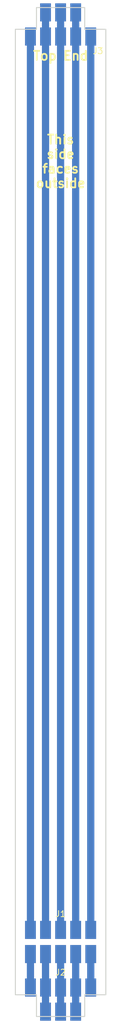
<source format=kicad_pcb>
(kicad_pcb (version 20201002) (generator pcbnew)

  (general
    (thickness 1.6)
  )

  (paper "A4")
  (layers
    (0 "F.Cu" signal)
    (31 "B.Cu" signal)
    (32 "B.Adhes" user "B.Adhesive")
    (33 "F.Adhes" user "F.Adhesive")
    (34 "B.Paste" user)
    (35 "F.Paste" user)
    (36 "B.SilkS" user "B.Silkscreen")
    (37 "F.SilkS" user "F.Silkscreen")
    (38 "B.Mask" user)
    (39 "F.Mask" user)
    (40 "Dwgs.User" user "User.Drawings")
    (41 "Cmts.User" user "User.Comments")
    (42 "Eco1.User" user "User.Eco1")
    (43 "Eco2.User" user "User.Eco2")
    (44 "Edge.Cuts" user)
    (45 "Margin" user)
    (46 "B.CrtYd" user "B.Courtyard")
    (47 "F.CrtYd" user "F.Courtyard")
    (48 "B.Fab" user)
    (49 "F.Fab" user)
  )

  (setup
    (stackup
      (layer "F.SilkS" (type "Top Silk Screen"))
      (layer "F.Paste" (type "Top Solder Paste"))
      (layer "F.Mask" (type "Top Solder Mask") (color "Green") (thickness 0.01))
      (layer "F.Cu" (type "copper") (thickness 0.035))
      (layer "dielectric 1" (type "core") (thickness 1.51) (material "FR4") (epsilon_r 4.5) (loss_tangent 0.02))
      (layer "B.Cu" (type "copper") (thickness 0.035))
      (layer "B.Mask" (type "Bottom Solder Mask") (color "Green") (thickness 0.01))
      (layer "B.Paste" (type "Bottom Solder Paste"))
      (layer "B.SilkS" (type "Bottom Silk Screen"))
      (copper_finish "None")
      (dielectric_constraints no)
    )
    (grid_origin 150 150)
    (pcbplotparams
      (layerselection 0x00010fc_ffffffff)
      (usegerberextensions false)
      (usegerberattributes true)
      (usegerberadvancedattributes true)
      (creategerberjobfile true)
      (svguseinch false)
      (svgprecision 6)
      (excludeedgelayer true)
      (linewidth 0.100000)
      (plotframeref false)
      (viasonmask false)
      (mode 1)
      (useauxorigin false)
      (hpglpennumber 1)
      (hpglpenspeed 20)
      (hpglpendiameter 15.000000)
      (psnegative false)
      (psa4output false)
      (plotreference true)
      (plotvalue true)
      (plotinvisibletext false)
      (sketchpadsonfab false)
      (subtractmaskfromsilk false)
      (outputformat 1)
      (mirror false)
      (drillshape 1)
      (scaleselection 1)
      (outputdirectory "")
    )
  )


  (net 0 "")
  (net 1 "/tru_b1")
  (net 2 "/tru_b2")
  (net 3 "/tru_b3")
  (net 4 "/tru_b4")
  (net 5 "/tru_b5")
  (net 6 "/mesh_dn0r")
  (net 7 "/mesh_dn1r")
  (net 8 "Net-(J1-Pad13)")
  (net 9 "/mesh_dn1s")
  (net 10 "/mesh_dn0s")
  (net 11 "/tru_t1")
  (net 12 "/tru_t2")
  (net 13 "/tru_t3")
  (net 14 "/tru_t4")
  (net 15 "/tru_t5")
  (net 16 "/mesh_up0r")
  (net 17 "/mesh_up1r")
  (net 18 "Net-(J1-Pad3)")
  (net 19 "/mesh_up1s")
  (net 20 "/mesh_up0s")
  (net 21 "Net-(J2-Pad13)")
  (net 22 "Net-(J2-Pad12)")
  (net 23 "Net-(J2-Pad11)")
  (net 24 "Net-(J2-Pad5)")
  (net 25 "Net-(J2-Pad4)")
  (net 26 "Net-(J2-Pad3)")
  (net 27 "Net-(J2-Pad2)")
  (net 28 "Net-(J2-Pad1)")
  (net 29 "Net-(J3-Pad13)")
  (net 30 "Net-(J3-Pad12)")
  (net 31 "Net-(J3-Pad11)")
  (net 32 "Net-(J3-Pad5)")
  (net 33 "Net-(J3-Pad4)")
  (net 34 "Net-(J3-Pad3)")
  (net 35 "Net-(J3-Pad2)")
  (net 36 "Net-(J3-Pad1)")

  (module "common_footprints:8mm_plug" (layer "F.Cu") (tedit 5F85D873) (tstamp 1811a88f-07ba-47da-8eb6-fe2ae8cc9dcf)
    (at 150 182.9)
    (property "Sheet file" "/home/user/research/rotohsm/prototype/mech_pcbs/rotor_vstrut_pcb/rotor_vstrut_pcb.kicad_sch")
    (property "Sheet name" "")
    (path "/6a9bf823-0c9e-40ee-9e07-825e78b3c53a")
    (attr through_hole)
    (fp_text reference "J2" (at 0 -4.5 unlocked) (layer "F.SilkS")
      (effects (font (size 1 1) (thickness 0.15)))
      (tstamp 46dbf47a-23a5-4157-9ede-c76fc4bce3e3)
    )
    (fp_text value "bottom" (at 0 1 unlocked) (layer "F.Fab")
      (effects (font (size 1 1) (thickness 0.15)))
      (tstamp ea4eb57f-8a9c-46e5-b930-5bd96e175751)
    )
    (fp_text user "${REF}" (at 0 2.5 unlocked) (layer "F.Fab")
      (effects (font (size 1 1) (thickness 0.15)))
      (tstamp 64d931c2-62e6-4149-b14f-a13fe38d7c4a)
    )
    (fp_line (start 7.5 -0.8) (end -7.5 -0.8) (layer "Dwgs.User") (width 0.12) (tstamp 3fe23836-cc7b-46ec-a352-4dc0902b9924))
    (fp_line (start -4 0.8) (end 4 0.8) (layer "Dwgs.User") (width 0.12) (tstamp df02e2b3-3d66-4a63-aa56-835335d7ee4c))
    (fp_rect (start -4 0) (end 4 4) (layer "Dwgs.User") (width 0.1) (tstamp 409caab0-3c0f-49f0-a611-a043ee06f49e))
    (fp_rect (start -7.5 0) (end 7.5 -5.6) (layer "Dwgs.User") (width 0.1) (tstamp 7f6df47d-e42d-401e-b33b-939ee6b96513))
    (pad "1" smd rect (at -5 -2) (size 1.8 3) (layers "F.Cu" "F.Mask")
      (net 28 "Net-(J2-Pad1)") (tstamp 752b16df-6e19-4e6d-9b52-0c4b5ace21d6))
    (pad "2" smd rect (at -2.5 -2) (size 1.8 3) (layers "F.Cu" "F.Mask")
      (net 27 "Net-(J2-Pad2)") (tstamp 4c9a1e30-c59d-4454-a9d1-244ffd0b931d))
    (pad "3" smd rect (at 0 -2) (size 1.8 3) (layers "F.Cu" "F.Mask")
      (net 26 "Net-(J2-Pad3)") (tstamp aec0543d-15ae-408e-bf68-3198c828b7e2))
    (pad "4" smd rect (at 2.5 -2) (size 1.8 3) (layers "F.Cu" "F.Mask")
      (net 25 "Net-(J2-Pad4)") (tstamp 4e3d050d-ad8b-4a44-9735-7998098fc3e5))
    (pad "5" smd rect (at 5 -2) (size 1.8 3) (layers "F.Cu" "F.Mask")
      (net 24 "Net-(J2-Pad5)") (tstamp 95439f48-970b-4202-8f38-7d1900c60922))
    (pad "6" smd rect (at 5 -2) (size 1.8 3) (layers "B.Cu" "B.Mask")
      (net 5 "/tru_b5") (tstamp 73203094-da20-4d39-9d9b-f07f93fa8311))
    (pad "7" smd rect (at 2.5 -2) (size 1.8 3) (layers "B.Cu" "B.Mask")
      (net 4 "/tru_b4") (tstamp af2c8835-9c0c-4999-a175-84b72736e04a))
    (pad "8" smd rect (at 0 -2) (size 1.8 3) (layers "B.Cu" "B.Mask")
      (net 3 "/tru_b3") (tstamp 60a98580-72eb-48cd-b8ff-37c7f2f9ca68))
    (pad "9" smd rect (at -2.5 -2) (size 1.8 3) (layers "B.Cu" "B.Mask")
      (net 2 "/tru_b2") (tstamp 3eef296a-f77d-43ff-80d0-5f75c1aaeba1))
    (pad "10" smd rect (at -5 -2) (size 1.8 3) (layers "B.Cu" "B.Mask")
      (net 1 "/tru_b1") (tstamp ed2d1120-07ed-4b29-b009-a3a81d490829))
    (pad "11" smd rect (at -2.5 2) (size 1.8 3) (layers "F.Cu" "F.Mask")
      (net 23 "Net-(J2-Pad11)") (tstamp ad8b0f3c-caa9-4026-ad43-7322f36bd248))
    (pad "12" smd rect (at 0 2) (size 1.8 3) (layers "F.Cu" "F.Mask")
      (net 22 "Net-(J2-Pad12)") (tstamp a00f0f04-3b34-48ec-b1a4-9f63a5591201))
    (pad "13" smd rect (at 2.5 2) (size 1.8 3) (layers "F.Cu" "F.Mask")
      (net 21 "Net-(J2-Pad13)") (tstamp d553e627-9e3e-4559-b66c-2318d354e975))
    (pad "14" smd rect (at 2.5 2) (size 1.8 3) (layers "B.Cu" "B.Mask")
      (net 4 "/tru_b4") (tstamp 341e6d94-7f2a-4f65-a527-00b83ce4fc49))
    (pad "15" smd rect (at 0 2) (size 1.8 3) (layers "B.Cu" "B.Mask")
      (net 3 "/tru_b3") (tstamp df6d20d5-c0de-4b5f-ab1a-b9141591f583))
    (pad "16" smd rect (at -2.5 2) (size 1.8 3) (layers "B.Cu" "B.Mask")
      (net 2 "/tru_b2") (tstamp a2b6cfa4-3683-4006-8715-2e85fa846011))
  )

  (module "common_footprints:15mm_plug" (layer "F.Cu") (tedit 5F85D886) (tstamp 578b0775-c05a-42d7-9223-0db1f2d9868f)
    (at 150 173.35)
    (property "Sheet file" "/home/user/research/rotohsm/prototype/mech_pcbs/rotor_vstrut_pcb/rotor_vstrut_pcb.kicad_sch")
    (property "Sheet name" "")
    (path "/92226583-c767-4448-ada0-e9e18d9afd62")
    (attr through_hole)
    (fp_text reference "J1" (at 0 -4.65 unlocked) (layer "F.SilkS")
      (effects (font (size 1 1) (thickness 0.15)))
      (tstamp 903aa136-9f96-48ea-b46d-43288f095503)
    )
    (fp_text value "base" (at 0 1 unlocked) (layer "F.Fab")
      (effects (font (size 1 1) (thickness 0.15)))
      (tstamp e9df4db4-d970-4d88-a289-758e65dbc1ba)
    )
    (fp_line (start 7.5 0.816678) (end -7.5 0.816678) (layer "Dwgs.User") (width 0.12) (tstamp 6e6ff282-9821-4559-8d56-5b4ae0dead3a))
    (fp_line (start 7.5 -0.8) (end -7.5 -0.8) (layer "Dwgs.User") (width 0.12) (tstamp d22d001a-a6d5-42fa-9589-cea048e05d9a))
    (fp_rect (start -7.5 3.8) (end 7.5 -3.8) (layer "Dwgs.User") (width 0.1) (tstamp 93af1ee5-e77c-4544-993d-b447b61de170))
    (pad "1" smd rect (at -5 -2) (size 1.8 3) (layers "F.Cu" "F.Mask")
      (net 20 "/mesh_up0s") (tstamp a7704729-a3a8-4988-8291-3c1dd0e26c24))
    (pad "2" smd rect (at -2.5 -2) (size 1.8 3) (layers "F.Cu" "F.Mask")
      (net 19 "/mesh_up1s") (tstamp e3c7e4d5-060b-49c7-8d20-37193f05fc49))
    (pad "3" smd rect (at 0 -2) (size 1.8 3) (layers "F.Cu" "F.Mask")
      (net 18 "Net-(J1-Pad3)") (tstamp 56482b1a-6918-4003-a17f-55c3c850703e))
    (pad "4" smd rect (at 2.5 -2) (size 1.8 3) (layers "F.Cu" "F.Mask")
      (net 17 "/mesh_up1r") (tstamp 8dbe3ec6-6d86-4210-9433-6e355dca12fe))
    (pad "5" smd rect (at 5 -2) (size 1.8 3) (layers "F.Cu" "F.Mask")
      (net 16 "/mesh_up0r") (tstamp b01114a6-9b1a-4ca8-93b4-506c1357de33))
    (pad "6" smd rect (at 5 -2) (size 1.8 3) (layers "B.Cu" "B.Mask")
      (net 15 "/tru_t5") (tstamp b034e8ab-7d64-4096-972e-31e795220787))
    (pad "7" smd rect (at 2.5 -2) (size 1.8 3) (layers "B.Cu" "B.Mask")
      (net 14 "/tru_t4") (tstamp 6e53320f-97ff-4796-a8be-65fb54cd7188))
    (pad "8" smd rect (at 0 -2) (size 1.8 3) (layers "B.Cu" "B.Mask")
      (net 13 "/tru_t3") (tstamp 34d7bb8d-3199-4e47-b240-be1918685ef4))
    (pad "9" smd rect (at -2.5 -2) (size 1.8 3) (layers "B.Cu" "B.Mask")
      (net 12 "/tru_t2") (tstamp 9c44e131-7612-4518-bde6-55c1df78ad8e))
    (pad "10" smd rect (at -5 -2) (size 1.8 3) (layers "B.Cu" "B.Mask")
      (net 11 "/tru_t1") (tstamp 7545b562-4b6b-4611-8a6e-51bda42bfd96))
    (pad "11" smd rect (at -5 2) (size 1.8 3) (layers "F.Cu" "F.Mask")
      (net 10 "/mesh_dn0s") (tstamp f31beca3-bfa2-41b4-bd35-5c20926400fc))
    (pad "12" smd rect (at -2.5 2) (size 1.8 3) (layers "F.Cu" "F.Mask")
      (net 9 "/mesh_dn1s") (tstamp eda422f4-0823-4de0-9523-5853d09d87fe))
    (pad "13" smd rect (at 0 2) (size 1.8 3) (layers "F.Cu" "F.Mask")
      (net 8 "Net-(J1-Pad13)") (tstamp 0af6e3e5-4a9c-40be-8404-5ab7598193c0))
    (pad "14" smd rect (at 2.5 2) (size 1.8 3) (layers "F.Cu" "F.Mask")
      (net 7 "/mesh_dn1r") (tstamp 81b76107-00c2-44ec-9927-f500703db5c1))
    (pad "15" smd rect (at 5 2) (size 1.8 3) (layers "F.Cu" "F.Mask")
      (net 6 "/mesh_dn0r") (tstamp 4a9d08af-241d-426b-a69a-10294d5f35cf))
    (pad "16" smd rect (at 5 2) (size 1.8 3) (layers "B.Cu" "B.Mask")
      (net 5 "/tru_b5") (tstamp 5a43305b-661a-4617-8c75-643d08135550))
    (pad "17" smd rect (at 2.5 2) (size 1.8 3) (layers "B.Cu" "B.Mask")
      (net 4 "/tru_b4") (tstamp e3e2c137-1910-41a4-8367-824a23a182fb))
    (pad "18" smd rect (at 0 2) (size 1.8 3) (layers "B.Cu" "B.Mask")
      (net 3 "/tru_b3") (tstamp fcb42c8b-49f6-4a06-90b5-f7488d08babc))
    (pad "19" smd rect (at -2.5 2) (size 1.8 3) (layers "B.Cu" "B.Mask")
      (net 2 "/tru_b2") (tstamp 97b9a8e3-9c01-4312-86f1-f75c8080097e))
    (pad "20" smd rect (at -5 2) (size 1.8 3) (layers "B.Cu" "B.Mask")
      (net 1 "/tru_b1") (tstamp 46db2c9f-94bf-4f20-bdbc-1d09337d06ad))
  )

  (module "common_footprints:8mm_plug" (layer "F.Cu") (tedit 5F85D873) (tstamp bc6c26a6-39e2-4b53-8e0c-279085b5aea5)
    (at 150 21.3 180)
    (property "Sheet file" "/home/user/research/rotohsm/prototype/mech_pcbs/rotor_vstrut_pcb/rotor_vstrut_pcb.kicad_sch")
    (property "Sheet name" "")
    (path "/e4993730-1dee-4842-857c-75d225e7ee51")
    (attr through_hole)
    (fp_text reference "J3" (at -6.2 -4.4 unlocked) (layer "F.SilkS")
      (effects (font (size 1 1) (thickness 0.15)))
      (tstamp bf3ab76f-6389-4254-9743-0040ae964c02)
    )
    (fp_text value "top" (at 0 1 180 unlocked) (layer "F.Fab")
      (effects (font (size 1 1) (thickness 0.15)))
      (tstamp 6aa0c56d-34fb-48a8-930d-358c8aa92445)
    )
    (fp_text user "${REF}" (at 0 2.5 180 unlocked) (layer "F.Fab")
      (effects (font (size 1 1) (thickness 0.15)))
      (tstamp ae6b8039-3aa4-4076-be0b-ae884caf0069)
    )
    (fp_line (start 7.5 -0.8) (end -7.5 -0.8) (layer "Dwgs.User") (width 0.12) (tstamp d0b249db-9c9a-4b83-8e83-c32805bd8e3f))
    (fp_line (start -4 0.8) (end 4 0.8) (layer "Dwgs.User") (width 0.12) (tstamp d1088dfc-85e5-46d5-8c95-9a63dff10d65))
    (fp_rect (start -4 0) (end 4 4) (layer "Dwgs.User") (width 0.1) (tstamp 4000607d-3161-426e-93ae-cc5fbc992d5c))
    (fp_rect (start -7.5 0) (end 7.5 -5.6) (layer "Dwgs.User") (width 0.1) (tstamp 7dd3eafe-e381-4501-a0ad-7c18673bb740))
    (pad "1" smd rect (at -5 -2 180) (size 1.8 3) (layers "F.Cu" "F.Mask")
      (net 36 "Net-(J3-Pad1)") (tstamp 584adde3-d30b-4bfa-abbd-c1bed6e4a1ef))
    (pad "2" smd rect (at -2.5 -2 180) (size 1.8 3) (layers "F.Cu" "F.Mask")
      (net 35 "Net-(J3-Pad2)") (tstamp a2966944-5310-427d-94b8-a6fca23a4bf1))
    (pad "3" smd rect (at 0 -2 180) (size 1.8 3) (layers "F.Cu" "F.Mask")
      (net 34 "Net-(J3-Pad3)") (tstamp f9df9bad-6a49-49da-8ea7-1645ce98e495))
    (pad "4" smd rect (at 2.5 -2 180) (size 1.8 3) (layers "F.Cu" "F.Mask")
      (net 33 "Net-(J3-Pad4)") (tstamp 73299d82-22c3-4105-852d-1ac6cb25d43b))
    (pad "5" smd rect (at 5 -2 180) (size 1.8 3) (layers "F.Cu" "F.Mask")
      (net 32 "Net-(J3-Pad5)") (tstamp 15714ea4-f85d-430a-834f-c6ccf6b7ec09))
    (pad "6" smd rect (at 5 -2 180) (size 1.8 3) (layers "B.Cu" "B.Mask")
      (net 11 "/tru_t1") (tstamp 51445257-c677-45f9-8be4-6030e791e86e))
    (pad "7" smd rect (at 2.5 -2 180) (size 1.8 3) (layers "B.Cu" "B.Mask")
      (net 12 "/tru_t2") (tstamp 65ee9957-49a9-47cb-b061-7cdcaf76fc04))
    (pad "8" smd rect (at 0 -2 180) (size 1.8 3) (layers "B.Cu" "B.Mask")
      (net 13 "/tru_t3") (tstamp bc0e02d3-9feb-4c51-847f-30a20a00c725))
    (pad "9" smd rect (at -2.5 -2 180) (size 1.8 3) (layers "B.Cu" "B.Mask")
      (net 14 "/tru_t4") (tstamp 94ebb14a-ab14-472c-a4c3-9a4cce7cdfb2))
    (pad "10" smd rect (at -5 -2 180) (size 1.8 3) (layers "B.Cu" "B.Mask")
      (net 15 "/tru_t5") (tstamp e8682703-d907-4439-a521-f838f741e6d2))
    (pad "11" smd rect (at -2.5 2 180) (size 1.8 3) (layers "F.Cu" "F.Mask")
      (net 31 "Net-(J3-Pad11)") (tstamp ba74fedf-8085-4fb4-ab01-17c59d3b3b51))
    (pad "12" smd rect (at 0 2 180) (size 1.8 3) (layers "F.Cu" "F.Mask")
      (net 30 "Net-(J3-Pad12)") (tstamp f97e43f3-5c3b-4e54-9af6-3efcfcfae08a))
    (pad "13" smd rect (at 2.5 2 180) (size 1.8 3) (layers "F.Cu" "F.Mask")
      (net 29 "Net-(J3-Pad13)") (tstamp 2f5dccf2-441f-4a1c-af5c-a44a087d7d82))
    (pad "14" smd rect (at 2.5 2 180) (size 1.8 3) (layers "B.Cu" "B.Mask")
      (net 12 "/tru_t2") (tstamp 37a7184d-d263-40cf-8c3f-6f8bea62ccf1))
    (pad "15" smd rect (at 0 2 180) (size 1.8 3) (layers "B.Cu" "B.Mask")
      (net 13 "/tru_t3") (tstamp bbb7c5e3-b8c3-46ca-9827-259ffe689f25))
    (pad "16" smd rect (at -2.5 2 180) (size 1.8 3) (layers "B.Cu" "B.Mask")
      (net 14 "/tru_t4") (tstamp 76c9020b-9126-4304-86c1-c334aac74811))
  )

  (gr_poly (pts
 (xy 160 172.5)
    (xy 140 172.5)
    (xy 140 25)
    (xy 160 25)) (layer "Eco1.User") (width 0.1) (tstamp 724fb27a-5098-4877-ae90-10c30d528453))
  (gr_line (start 146 18.5) (end 154 18.5) (angle 90) (layer "Edge.Cuts") (width 0.16) (tstamp 21d71c90-1663-47f2-805a-3a10bb7166bc))
  (gr_line (start 142.5 182.1) (end 146 182.1) (angle 90) (layer "Edge.Cuts") (width 0.16) (tstamp 34598794-23ad-45c5-a437-a984c0ab605a))
  (gr_line (start 154 18.5) (end 154 22.1) (angle 90) (layer "Edge.Cuts") (width 0.16) (tstamp 3547d435-8af2-4e43-ac75-cfb0f21102eb))
  (gr_line (start 154 185.7) (end 154 182.1) (angle 90) (layer "Edge.Cuts") (width 0.16) (tstamp 46859f9b-c0d1-474a-81ee-c6cb0f0e6b07))
  (gr_line (start 154 22.1) (end 157.5 22.1) (angle 90) (layer "Edge.Cuts") (width 0.16) (tstamp 4afe9ac1-c888-479e-9d7c-4bd9ef77e5bc))
  (gr_line (start 142.5 22.1) (end 146 22.1) (angle 90) (layer "Edge.Cuts") (width 0.16) (tstamp 64700040-2cea-446b-bc85-56fef465dfc5))
  (gr_line (start 146 22.1) (end 146 18.5) (angle 90) (layer "Edge.Cuts") (width 0.16) (tstamp 9d86c8d0-736f-4f12-b5ef-91d43c55d32d))
  (gr_line (start 157.5 22.1) (end 157.5 182.1) (angle 90) (layer "Edge.Cuts") (width 0.16) (tstamp a09a27f2-0a64-40fc-9420-70679a00fdd7))
  (gr_line (start 142.5 182.1) (end 142.5 22.1) (angle 90) (layer "Edge.Cuts") (width 0.16) (tstamp b7857ac5-fbd7-4184-9f11-5164268584b6))
  (gr_line (start 146 182.1) (end 146 185.7) (angle 90) (layer "Edge.Cuts") (width 0.16) (tstamp c26f97c8-3016-4d2d-91c4-ddb9d3097177))
  (gr_line (start 146 185.7) (end 154 185.7) (angle 90) (layer "Edge.Cuts") (width 0.16) (tstamp c97639af-a612-4ca5-b67b-dad9ca826124))
  (gr_line (start 154 182.1) (end 157.5 182.1) (angle 90) (layer "Edge.Cuts") (width 0.16) (tstamp fce75ced-948f-43b6-8181-f62b28ee81f7))
  (gr_text "Top End" (at 150 26.5) (layer "F.SilkS") (tstamp 80ac6bc5-2e8f-42de-871c-2dd9a2b3af69)
    (effects (font (size 1.5 1.5) (thickness 0.3)))
  )
  (gr_text "This\nside\nfaces\noutside" (at 150 44) (layer "F.SilkS") (tstamp ed777d03-f811-4342-8095-4262cac0c291)
    (effects (font (size 1.5 1.5) (thickness 0.3)))
  )
  (dimension (type aligned) (layer "Dwgs.User") (tstamp 9c6a1bb5-60ff-46ca-a879-30e77db23bc5)
    (pts (xy 157.365012 173.3) (xy 157.365012 181.3))
    (height -3.284988)
    (gr_text "8.0 mm" (at 161.8 177.3 270) (layer "Dwgs.User") (tstamp 9c6a1bb5-60ff-46ca-a879-30e77db23bc5)
      (effects (font (size 1 1) (thickness 0.15)))
    )
    (format (units 2) (units_format 1) (precision 1))
    (style (thickness 0.15) (arrow_length 1.27) (text_position_mode 0) (extension_height 0.58642) (extension_offset 0.5) keep_text_aligned)
  )

  (segment (start 145 180.1) (end 145 175.35) (width 1.2) (layer "B.Cu") (net 1) (tstamp 4ae7b818-bae2-4561-84c0-d7b4a6e0e2aa))
  (segment (start 147.5 175.35) (end 147.5 180.1) (width 1.2) (layer "B.Cu") (net 2) (tstamp 25757950-e323-4496-adef-afbb36bf9bf5))
  (segment (start 147.5 180.1) (end 147.5 184.1) (width 1.2) (layer "B.Cu") (net 2) (tstamp 8fc0ba2a-35ad-446e-82c1-ba1a3f2dcd8d))
  (segment (start 150 175.35) (end 150 175) (width 1.2) (layer "B.Cu") (net 3) (tstamp 3896094f-f341-41b1-bd92-493de9eb1922))
  (segment (start 150 180.1) (end 150 175.35) (width 1.2) (layer "B.Cu") (net 3) (tstamp 8e3f5549-b1f3-412d-93ac-9074ab43fc44))
  (segment (start 150 180.1) (end 150 184.1) (width 1.2) (layer "B.Cu") (net 3) (tstamp c417a5be-ee66-43d8-a7c3-cf02813cb449))
  (segment (start 152.5 184.1) (end 152.5 180.1) (width 1.2) (layer "B.Cu") (net 4) (tstamp 6fc9b570-aa2c-4e01-a266-8af95346bb3c))
  (segment (start 152.5 175.35) (end 152.5 180.1) (width 1.2) (layer "B.Cu") (net 4) (tstamp f8425aef-9dc3-471c-93f6-d9f59bb5837c))
  (segment (start 155 175.35) (end 155 180.1) (width 1.2) (layer "B.Cu") (net 5) (tstamp 44c391d7-0d35-46e6-94e4-9367dde0aca9))
  (segment (start 145 24.1) (end 145 171.35) (width 1.2) (layer "B.Cu") (net 11) (tstamp 9e73ea58-6be9-47f9-a377-e2a291bb84db))
  (segment (start 147.5 20.1) (end 147.5 24.1) (width 1.2) (layer "B.Cu") (net 12) (tstamp 41980f15-737f-4886-83a3-e7484f93dfd2))
  (segment (start 147.5 171.35) (end 147.5 24.1) (width 1.2) (layer "B.Cu") (net 12) (tstamp 75d0f23c-dde4-42d1-9e04-2f634eba3124))
  (segment (start 150 24.1) (end 150 171.35) (width 1.2) (layer "B.Cu") (net 13) (tstamp 0daaf576-fd6e-44a2-bfcc-2f9a922165f5))
  (segment (start 150 20.1) (end 150 24.1) (width 1.2) (layer "B.Cu") (net 13) (tstamp dd92033e-b9bb-414f-b484-42691ad5fcc8))
  (segment (start 152.5 171.35) (end 152.5 24.1) (width 1.2) (layer "B.Cu") (net 14) (tstamp 6633d749-02a7-4188-aca3-9ccd0af54fd5))
  (segment (start 152.5 20.1) (end 152.5 24.1) (width 1.2) (layer "B.Cu") (net 14) (tstamp cb30446d-82f6-471a-ac35-70af7efbf489))
  (segment (start 155 24.1) (end 155 171.35) (width 1.2) (layer "B.Cu") (net 15) (tstamp 98f58298-4fe8-4a38-8351-8c2e74b14a80))

)

</source>
